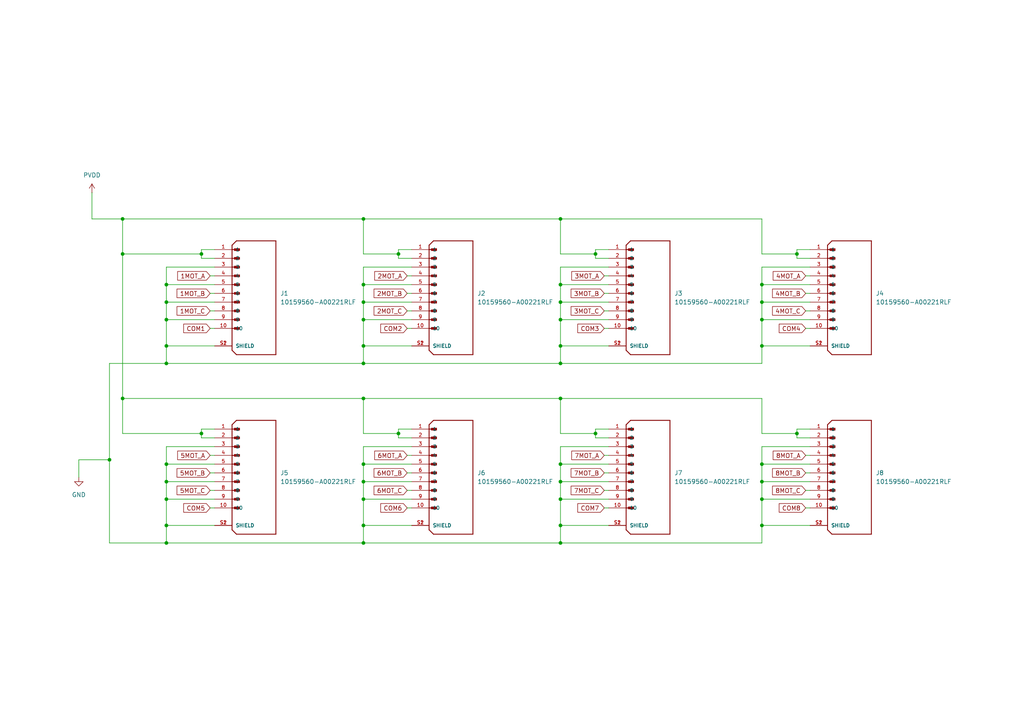
<source format=kicad_sch>
(kicad_sch (version 20231120) (generator "eeschema") (generator_version "8.0")
  (paper "A4")
  (lib_symbols
    (symbol "PowerDistro:10159560-A00221RLF" (pin_names (offset 1.016))
      (property "Reference" "J" (at 0 16.51 0))
      (property "Value" "10159560-A00221RLF" (at 0 -20.32 0))
      (symbol "10159560-A00221RLF_0_0"
        (polyline (pts (xy 0 -16.51) (xy 1.27 -17.78)) (stroke (width 0.254)))
        (polyline (pts (xy 0 -10.16) (xy 1.905 -10.16)) (stroke (width 0.254)))
        (polyline (pts (xy 0 -7.62) (xy 1.905 -7.62)) (stroke (width 0.254)))
        (polyline (pts (xy 0 -5.08) (xy 1.905 -5.08)) (stroke (width 0.254)))
        (polyline (pts (xy 0 -2.54) (xy 1.905 -2.54)) (stroke (width 0.254)))
        (polyline (pts (xy 0 0) (xy 1.905 0)) (stroke (width 0.254)))
        (polyline (pts (xy 0 2.54) (xy 1.905 2.54)) (stroke (width 0.254)))
        (polyline (pts (xy 0 5.08) (xy 1.905 5.08)) (stroke (width 0.254)))
        (polyline (pts (xy 0 7.62) (xy 1.905 7.62)) (stroke (width 0.254)))
        (polyline (pts (xy 0 10.16) (xy 1.905 10.16)) (stroke (width 0.254)))
        (polyline (pts (xy 0 12.7) (xy 0 -16.51)) (stroke (width 0.254)))
        (polyline (pts (xy 0 12.7) (xy 1.905 12.7)) (stroke (width 0.254)))
        (polyline (pts (xy 0 13.97) (xy 0 12.7)) (stroke (width 0.254)))
        (polyline (pts (xy 0 13.97) (xy 1.27 15.24)) (stroke (width 0.254)))
        (polyline (pts (xy 1.27 -17.78) (xy 12.7 -17.78)) (stroke (width 0.254)))
        (polyline (pts (xy 12.7 -17.78) (xy 12.7 15.24)) (stroke (width 0.254)))
        (polyline (pts (xy 12.7 15.24) (xy 1.27 15.24)) (stroke (width 0.254)))
        (rectangle (start 0.635 -10.4775) (end 2.2225 -9.8425) (stroke (width 0.1)) (fill (type outline)))
        (rectangle (start 0.635 -7.9375) (end 2.2225 -7.3025) (stroke (width 0.1)) (fill (type outline)))
        (rectangle (start 0.635 -5.3975) (end 2.2225 -4.7625) (stroke (width 0.1)) (fill (type outline)))
        (rectangle (start 0.635 -2.8575) (end 2.2225 -2.2225) (stroke (width 0.1)) (fill (type outline)))
        (rectangle (start 0.635 -0.3175) (end 2.2225 0.3175) (stroke (width 0.1)) (fill (type outline)))
        (rectangle (start 0.635 2.2225) (end 2.2225 2.8575) (stroke (width 0.1)) (fill (type outline)))
        (rectangle (start 0.635 4.7625) (end 2.2225 5.3975) (stroke (width 0.1)) (fill (type outline)))
        (rectangle (start 0.635 7.3025) (end 2.2225 7.9375) (stroke (width 0.1)) (fill (type outline)))
        (rectangle (start 0.635 9.8425) (end 2.2225 10.4775) (stroke (width 0.1)) (fill (type outline)))
        (rectangle (start 0.635 12.3825) (end 2.2225 13.0175) (stroke (width 0.1)) (fill (type outline)))
        (pin power_in line (at -5.08 12.7 0) (length 5.08) (name "1") (number "1"))
        (pin power_in line (at -5.08 -10.16 0) (length 5.08) (name "10") (number "10"))
        (pin power_in line (at -5.08 10.16 0) (length 5.08) (name "2") (number "2"))
        (pin power_in line (at -5.08 7.62 0) (length 5.08) (name "3") (number "3"))
        (pin power_in line (at -5.08 5.08 0) (length 5.08) (name "4") (number "4"))
        (pin power_in line (at -5.08 2.54 0) (length 5.08) (name "5") (number "5"))
        (pin power_in line (at -5.08 0 0) (length 5.08) (name "6") (number "6"))
        (pin power_in line (at -5.08 -2.54 0) (length 5.08) (name "7") (number "7"))
        (pin power_in line (at -5.08 -5.08 0) (length 5.08) (name "8") (number "8"))
        (pin power_in line (at -5.08 -7.62 0) (length 5.08) (name "9") (number "9"))
        (pin passive line (at -5.08 -15.24 0) (length 5.08) (name "SHIELD") (number "S1"))
        (pin passive line (at -5.08 -15.24 0) (length 5.08) (name "SHIELD") (number "S2"))
      )
    )
    (symbol "power:+1V0" (power) (pin_numbers hide) (pin_names (offset 0) hide)
      (property "Value" "+1V0" (at 0 3.556 0))
      (symbol "+1V0_0_1"
        (polyline (pts (xy -0.762 1.27) (xy 0 2.54)))
        (polyline (pts (xy 0 0) (xy 0 2.54)))
        (polyline (pts (xy 0 2.54) (xy 0.762 1.27)))
      )
      (symbol "+1V0_1_1"
        (pin power_in line (at 0 0 90) (length 0) (name "~") (number "1"))
      )
    )
    (symbol "power:GND" (power) (pin_numbers hide) (pin_names (offset 0) hide)
      (property "Value" "GND" (at 0 -3.81 0))
      (symbol "GND_0_1"
        (polyline (pts (xy 0 0) (xy 0 -1.27) (xy 1.27 -1.27) (xy 0 -2.54) (xy -1.27 -1.27) (xy 0 -1.27)))
      )
      (symbol "GND_1_1"
        (pin power_in line (at 0 0 270) (length 0) (name "~") (number "1"))
      )
    )
  )
  (junction (at 105.41 100.33))
  (junction (at 162.56 139.7))
  (junction (at 58.42 125.73))
  (junction (at 105.41 152.4))
  (junction (at 220.98 144.78))
  (junction (at 115.57 73.66))
  (junction (at 105.41 82.55))
  (junction (at 48.26 152.4))
  (junction (at 105.41 115.57))
  (junction (at 220.98 134.62))
  (junction (at 162.56 115.57))
  (junction (at 220.98 100.33))
  (junction (at 48.26 144.78))
  (junction (at 231.14 73.66))
  (junction (at 220.98 139.7))
  (junction (at 115.57 125.73))
  (junction (at 162.56 92.71))
  (junction (at 162.56 152.4))
  (junction (at 162.56 82.55))
  (junction (at 220.98 87.63))
  (junction (at 48.26 105.41))
  (junction (at 105.41 139.7))
  (junction (at 220.98 152.4))
  (junction (at 105.41 157.48))
  (junction (at 162.56 63.5))
  (junction (at 162.56 100.33))
  (junction (at 105.41 92.71))
  (junction (at 162.56 144.78))
  (junction (at 162.56 157.48))
  (junction (at 35.56 115.57))
  (junction (at 48.26 92.71))
  (junction (at 31.75 133.35))
  (junction (at 220.98 92.71))
  (junction (at 58.42 73.66))
  (junction (at 105.41 87.63))
  (junction (at 35.56 73.66))
  (junction (at 162.56 105.41))
  (junction (at 162.56 87.63))
  (junction (at 48.26 87.63))
  (junction (at 105.41 144.78))
  (junction (at 105.41 134.62))
  (junction (at 162.56 134.62))
  (junction (at 35.56 63.5))
  (junction (at 48.26 82.55))
  (junction (at 231.14 125.73))
  (junction (at 172.72 73.66))
  (junction (at 172.72 125.73))
  (junction (at 48.26 157.48))
  (junction (at 48.26 100.33))
  (junction (at 105.41 105.41))
  (junction (at 48.26 134.62))
  (junction (at 48.26 139.7))
  (junction (at 105.41 63.5))
  (junction (at 220.98 82.55))
  (wire (pts (xy 231.14 72.39) (xy 231.14 73.66)))
  (wire (pts (xy 162.56 129.54) (xy 162.56 134.62)))
  (wire (pts (xy 115.57 125.73) (xy 105.41 125.73)))
  (wire (pts (xy 48.26 92.71) (xy 48.26 100.33)))
  (wire (pts (xy 175.26 132.08) (xy 176.53 132.08)))
  (wire (pts (xy 176.53 129.54) (xy 162.56 129.54)))
  (wire (pts (xy 62.23 124.46) (xy 58.42 124.46)))
  (wire (pts (xy 220.98 100.33) (xy 234.95 100.33)))
  (wire (pts (xy 105.41 82.55) (xy 119.38 82.55)))
  (wire (pts (xy 172.72 72.39) (xy 172.72 73.66)))
  (wire (pts (xy 115.57 73.66) (xy 105.41 73.66)))
  (wire (pts (xy 105.41 87.63) (xy 119.38 87.63)))
  (wire (pts (xy 118.11 95.25) (xy 119.38 95.25)))
  (wire (pts (xy 48.26 139.7) (xy 62.23 139.7)))
  (wire (pts (xy 233.68 95.25) (xy 234.95 95.25)))
  (wire (pts (xy 175.26 85.09) (xy 176.53 85.09)))
  (wire (pts (xy 162.56 144.78) (xy 176.53 144.78)))
  (wire (pts (xy 31.75 157.48) (xy 31.75 133.35)))
  (wire (pts (xy 220.98 134.62) (xy 234.95 134.62)))
  (wire (pts (xy 172.72 124.46) (xy 172.72 125.73)))
  (wire (pts (xy 60.96 90.17) (xy 62.23 90.17)))
  (wire (pts (xy 220.98 100.33) (xy 220.98 105.41)))
  (wire (pts (xy 233.68 147.32) (xy 234.95 147.32)))
  (wire (pts (xy 58.42 74.93) (xy 62.23 74.93)))
  (wire (pts (xy 60.96 142.24) (xy 62.23 142.24)))
  (wire (pts (xy 105.41 92.71) (xy 119.38 92.71)))
  (wire (pts (xy 115.57 74.93) (xy 119.38 74.93)))
  (wire (pts (xy 105.41 63.5) (xy 35.56 63.5)))
  (wire (pts (xy 220.98 87.63) (xy 234.95 87.63)))
  (wire (pts (xy 35.56 125.73) (xy 58.42 125.73)))
  (wire (pts (xy 220.98 63.5) (xy 220.98 73.66)))
  (wire (pts (xy 48.26 100.33) (xy 48.26 105.41)))
  (wire (pts (xy 58.42 124.46) (xy 58.42 125.73)))
  (wire (pts (xy 231.14 127) (xy 234.95 127)))
  (wire (pts (xy 162.56 100.33) (xy 162.56 105.41)))
  (wire (pts (xy 118.11 90.17) (xy 119.38 90.17)))
  (wire (pts (xy 48.26 157.48) (xy 105.41 157.48)))
  (wire (pts (xy 115.57 127) (xy 119.38 127)))
  (wire (pts (xy 118.11 85.09) (xy 119.38 85.09)))
  (wire (pts (xy 175.26 137.16) (xy 176.53 137.16)))
  (wire (pts (xy 234.95 77.47) (xy 220.98 77.47)))
  (wire (pts (xy 60.96 85.09) (xy 62.23 85.09)))
  (wire (pts (xy 105.41 100.33) (xy 105.41 105.41)))
  (wire (pts (xy 231.14 73.66) (xy 220.98 73.66)))
  (wire (pts (xy 231.14 125.73) (xy 220.98 125.73)))
  (wire (pts (xy 162.56 92.71) (xy 162.56 100.33)))
  (wire (pts (xy 231.14 74.93) (xy 234.95 74.93)))
  (wire (pts (xy 172.72 125.73) (xy 162.56 125.73)))
  (wire (pts (xy 48.26 87.63) (xy 48.26 92.71)))
  (wire (pts (xy 48.26 82.55) (xy 48.26 87.63)))
  (wire (pts (xy 31.75 133.35) (xy 22.86 133.35)))
  (wire (pts (xy 119.38 72.39) (xy 115.57 72.39)))
  (wire (pts (xy 162.56 63.5) (xy 162.56 73.66)))
  (wire (pts (xy 105.41 152.4) (xy 119.38 152.4)))
  (wire (pts (xy 220.98 82.55) (xy 234.95 82.55)))
  (wire (pts (xy 105.41 87.63) (xy 105.41 92.71)))
  (wire (pts (xy 35.56 125.73) (xy 35.56 115.57)))
  (wire (pts (xy 48.26 152.4) (xy 62.23 152.4)))
  (wire (pts (xy 118.11 80.01) (xy 119.38 80.01)))
  (wire (pts (xy 220.98 92.71) (xy 234.95 92.71)))
  (wire (pts (xy 105.41 115.57) (xy 162.56 115.57)))
  (wire (pts (xy 162.56 139.7) (xy 176.53 139.7)))
  (wire (pts (xy 105.41 115.57) (xy 105.41 125.73)))
  (wire (pts (xy 62.23 129.54) (xy 48.26 129.54)))
  (wire (pts (xy 119.38 129.54) (xy 105.41 129.54)))
  (wire (pts (xy 105.41 139.7) (xy 105.41 144.78)))
  (wire (pts (xy 234.95 72.39) (xy 231.14 72.39)))
  (wire (pts (xy 48.26 92.71) (xy 62.23 92.71)))
  (wire (pts (xy 48.26 139.7) (xy 48.26 144.78)))
  (wire (pts (xy 105.41 105.41) (xy 162.56 105.41)))
  (wire (pts (xy 31.75 133.35) (xy 31.75 105.41)))
  (wire (pts (xy 58.42 72.39) (xy 58.42 73.66)))
  (wire (pts (xy 48.26 144.78) (xy 48.26 152.4)))
  (wire (pts (xy 105.41 134.62) (xy 105.41 139.7)))
  (wire (pts (xy 48.26 129.54) (xy 48.26 134.62)))
  (wire (pts (xy 162.56 144.78) (xy 162.56 152.4)))
  (wire (pts (xy 231.14 73.66) (xy 231.14 74.93)))
  (wire (pts (xy 48.26 100.33) (xy 62.23 100.33)))
  (wire (pts (xy 220.98 144.78) (xy 234.95 144.78)))
  (wire (pts (xy 220.98 77.47) (xy 220.98 82.55)))
  (wire (pts (xy 48.26 144.78) (xy 62.23 144.78)))
  (wire (pts (xy 175.26 95.25) (xy 176.53 95.25)))
  (wire (pts (xy 162.56 63.5) (xy 105.41 63.5)))
  (wire (pts (xy 176.53 124.46) (xy 172.72 124.46)))
  (wire (pts (xy 220.98 87.63) (xy 220.98 92.71)))
  (wire (pts (xy 35.56 73.66) (xy 35.56 63.5)))
  (wire (pts (xy 58.42 73.66) (xy 35.56 73.66)))
  (wire (pts (xy 234.95 124.46) (xy 231.14 124.46)))
  (wire (pts (xy 105.41 82.55) (xy 105.41 87.63)))
  (wire (pts (xy 162.56 139.7) (xy 162.56 144.78)))
  (wire (pts (xy 233.68 80.01) (xy 234.95 80.01)))
  (wire (pts (xy 48.26 134.62) (xy 62.23 134.62)))
  (wire (pts (xy 162.56 115.57) (xy 162.56 125.73)))
  (wire (pts (xy 118.11 132.08) (xy 119.38 132.08)))
  (wire (pts (xy 105.41 144.78) (xy 119.38 144.78)))
  (wire (pts (xy 118.11 137.16) (xy 119.38 137.16)))
  (wire (pts (xy 115.57 125.73) (xy 115.57 127)))
  (wire (pts (xy 118.11 142.24) (xy 119.38 142.24)))
  (wire (pts (xy 105.41 144.78) (xy 105.41 152.4)))
  (wire (pts (xy 175.26 90.17) (xy 176.53 90.17)))
  (wire (pts (xy 176.53 77.47) (xy 162.56 77.47)))
  (wire (pts (xy 220.98 139.7) (xy 234.95 139.7)))
  (wire (pts (xy 105.41 129.54) (xy 105.41 134.62)))
  (wire (pts (xy 220.98 144.78) (xy 220.98 152.4)))
  (wire (pts (xy 105.41 157.48) (xy 162.56 157.48)))
  (wire (pts (xy 162.56 100.33) (xy 176.53 100.33)))
  (wire (pts (xy 231.14 125.73) (xy 231.14 127)))
  (wire (pts (xy 162.56 77.47) (xy 162.56 82.55)))
  (wire (pts (xy 233.68 85.09) (xy 234.95 85.09)))
  (wire (pts (xy 60.96 95.25) (xy 62.23 95.25)))
  (wire (pts (xy 162.56 92.71) (xy 176.53 92.71)))
  (wire (pts (xy 118.11 147.32) (xy 119.38 147.32)))
  (wire (pts (xy 172.72 127) (xy 176.53 127)))
  (wire (pts (xy 220.98 92.71) (xy 220.98 100.33)))
  (wire (pts (xy 220.98 152.4) (xy 234.95 152.4)))
  (wire (pts (xy 105.41 77.47) (xy 105.41 82.55)))
  (wire (pts (xy 172.72 73.66) (xy 172.72 74.93)))
  (wire (pts (xy 58.42 125.73) (xy 58.42 127)))
  (wire (pts (xy 115.57 73.66) (xy 115.57 74.93)))
  (wire (pts (xy 220.98 82.55) (xy 220.98 87.63)))
  (wire (pts (xy 175.26 147.32) (xy 176.53 147.32)))
  (wire (pts (xy 105.41 100.33) (xy 119.38 100.33)))
  (wire (pts (xy 162.56 152.4) (xy 176.53 152.4)))
  (wire (pts (xy 60.96 137.16) (xy 62.23 137.16)))
  (wire (pts (xy 220.98 115.57) (xy 162.56 115.57)))
  (wire (pts (xy 22.86 133.35) (xy 22.86 138.43)))
  (wire (pts (xy 176.53 72.39) (xy 172.72 72.39)))
  (wire (pts (xy 233.68 90.17) (xy 234.95 90.17)))
  (wire (pts (xy 115.57 124.46) (xy 115.57 125.73)))
  (wire (pts (xy 60.96 132.08) (xy 62.23 132.08)))
  (wire (pts (xy 233.68 132.08) (xy 234.95 132.08)))
  (wire (pts (xy 162.56 152.4) (xy 162.56 157.48)))
  (wire (pts (xy 175.26 142.24) (xy 176.53 142.24)))
  (wire (pts (xy 162.56 82.55) (xy 162.56 87.63)))
  (wire (pts (xy 162.56 134.62) (xy 176.53 134.62)))
  (wire (pts (xy 172.72 73.66) (xy 162.56 73.66)))
  (wire (pts (xy 105.41 139.7) (xy 119.38 139.7)))
  (wire (pts (xy 220.98 115.57) (xy 220.98 125.73)))
  (wire (pts (xy 162.56 105.41) (xy 220.98 105.41)))
  (wire (pts (xy 105.41 92.71) (xy 105.41 100.33)))
  (wire (pts (xy 119.38 124.46) (xy 115.57 124.46)))
  (wire (pts (xy 60.96 80.01) (xy 62.23 80.01)))
  (wire (pts (xy 48.26 157.48) (xy 31.75 157.48)))
  (wire (pts (xy 35.56 115.57) (xy 35.56 73.66)))
  (wire (pts (xy 62.23 72.39) (xy 58.42 72.39)))
  (wire (pts (xy 48.26 134.62) (xy 48.26 139.7)))
  (wire (pts (xy 119.38 77.47) (xy 105.41 77.47)))
  (wire (pts (xy 105.41 134.62) (xy 119.38 134.62)))
  (wire (pts (xy 48.26 152.4) (xy 48.26 157.48)))
  (wire (pts (xy 220.98 152.4) (xy 220.98 157.48)))
  (wire (pts (xy 26.67 63.5) (xy 35.56 63.5)))
  (wire (pts (xy 48.26 77.47) (xy 48.26 82.55)))
  (wire (pts (xy 233.68 137.16) (xy 234.95 137.16)))
  (wire (pts (xy 48.26 105.41) (xy 105.41 105.41)))
  (wire (pts (xy 162.56 82.55) (xy 176.53 82.55)))
  (wire (pts (xy 60.96 147.32) (xy 62.23 147.32)))
  (wire (pts (xy 115.57 72.39) (xy 115.57 73.66)))
  (wire (pts (xy 233.68 142.24) (xy 234.95 142.24)))
  (wire (pts (xy 35.56 115.57) (xy 105.41 115.57)))
  (wire (pts (xy 220.98 134.62) (xy 220.98 139.7)))
  (wire (pts (xy 58.42 73.66) (xy 58.42 74.93)))
  (wire (pts (xy 58.42 127) (xy 62.23 127)))
  (wire (pts (xy 105.41 63.5) (xy 105.41 73.66)))
  (wire (pts (xy 231.14 124.46) (xy 231.14 125.73)))
  (wire (pts (xy 220.98 139.7) (xy 220.98 144.78)))
  (wire (pts (xy 48.26 87.63) (xy 62.23 87.63)))
  (wire (pts (xy 162.56 134.62) (xy 162.56 139.7)))
  (wire (pts (xy 175.26 80.01) (xy 176.53 80.01)))
  (wire (pts (xy 162.56 87.63) (xy 162.56 92.71)))
  (wire (pts (xy 62.23 77.47) (xy 48.26 77.47)))
  (wire (pts (xy 234.95 129.54) (xy 220.98 129.54)))
  (wire (pts (xy 26.67 63.5) (xy 26.67 55.88)))
  (wire (pts (xy 220.98 129.54) (xy 220.98 134.62)))
  (wire (pts (xy 162.56 87.63) (xy 176.53 87.63)))
  (wire (pts (xy 31.75 105.41) (xy 48.26 105.41)))
  (wire (pts (xy 172.72 125.73) (xy 172.72 127)))
  (wire (pts (xy 172.72 74.93) (xy 176.53 74.93)))
  (wire (pts (xy 105.41 152.4) (xy 105.41 157.48)))
  (wire (pts (xy 220.98 63.5) (xy 162.56 63.5)))
  (wire (pts (xy 162.56 157.48) (xy 220.98 157.48)))
  (wire (pts (xy 48.26 82.55) (xy 62.23 82.55)))
  (global_label "2MOT_C" (shape input) (at 118.11 90.17 180) (property "Intersheetrefs" "${INTERSHEET_REFS}" (effects (hide yes))))
  (global_label "7MOT_A" (shape input) (at 175.26 132.08 180) (property "Intersheetrefs" "${INTERSHEET_REFS}" (effects (hide yes))))
  (global_label "4MOT_A" (shape input) (at 233.68 80.01 180) (property "Intersheetrefs" "${INTERSHEET_REFS}" (effects (hide yes))))
  (global_label "6MOT_B" (shape input) (at 118.11 137.16 180) (property "Intersheetrefs" "${INTERSHEET_REFS}" (effects (hide yes))))
  (global_label "7MOT_C" (shape input) (at 175.26 142.24 180) (property "Intersheetrefs" "${INTERSHEET_REFS}" (effects (hide yes))))
  (global_label "COM3" (shape input) (at 175.26 95.25 180) (property "Intersheetrefs" "${INTERSHEET_REFS}" (effects (hide yes))))
  (global_label "3MOT_B" (shape input) (at 175.26 85.09 180) (property "Intersheetrefs" "${INTERSHEET_REFS}" (effects (hide yes))))
  (global_label "5MOT_B" (shape input) (at 60.96 137.16 180) (property "Intersheetrefs" "${INTERSHEET_REFS}" (effects (hide yes))))
  (global_label "COM1" (shape input) (at 60.96 95.25 180) (property "Intersheetrefs" "${INTERSHEET_REFS}" (effects (hide yes))))
  (global_label "4MOT_C" (shape input) (at 233.68 90.17 180) (property "Intersheetrefs" "${INTERSHEET_REFS}" (effects (hide yes))))
  (global_label "7MOT_B" (shape input) (at 175.26 137.16 180) (property "Intersheetrefs" "${INTERSHEET_REFS}" (effects (hide yes))))
  (global_label "6MOT_A" (shape input) (at 118.11 132.08 180) (property "Intersheetrefs" "${INTERSHEET_REFS}" (effects (hide yes))))
  (global_label "COM5" (shape input) (at 60.96 147.32 180) (property "Intersheetrefs" "${INTERSHEET_REFS}" (effects (hide yes))))
  (global_label "8MOT_A" (shape input) (at 233.68 132.08 180) (property "Intersheetrefs" "${INTERSHEET_REFS}" (effects (hide yes))))
  (global_label "4MOT_B" (shape input) (at 233.68 85.09 180) (property "Intersheetrefs" "${INTERSHEET_REFS}" (effects (hide yes))))
  (global_label "3MOT_A" (shape input) (at 175.26 80.01 180) (property "Intersheetrefs" "${INTERSHEET_REFS}" (effects (hide yes))))
  (global_label "1MOT_C" (shape input) (at 60.96 90.17 180) (property "Intersheetrefs" "${INTERSHEET_REFS}" (effects (hide yes))))
  (global_label "COM4" (shape input) (at 233.68 95.25 180) (property "Intersheetrefs" "${INTERSHEET_REFS}" (effects (hide yes))))
  (global_label "COM7" (shape input) (at 175.26 147.32 180) (property "Intersheetrefs" "${INTERSHEET_REFS}" (effects (hide yes))))
  (global_label "8MOT_C" (shape input) (at 233.68 142.24 180) (property "Intersheetrefs" "${INTERSHEET_REFS}" (effects (hide yes))))
  (global_label "2MOT_A" (shape input) (at 118.11 80.01 180) (property "Intersheetrefs" "${INTERSHEET_REFS}" (effects (hide yes))))
  (global_label "COM6" (shape input) (at 118.11 147.32 180) (property "Intersheetrefs" "${INTERSHEET_REFS}" (effects (hide yes))))
  (global_label "6MOT_C" (shape input) (at 118.11 142.24 180) (property "Intersheetrefs" "${INTERSHEET_REFS}" (effects (hide yes))))
  (global_label "5MOT_A" (shape input) (at 60.96 132.08 180) (property "Intersheetrefs" "${INTERSHEET_REFS}" (effects (hide yes))))
  (global_label "1MOT_B" (shape input) (at 60.96 85.09 180) (property "Intersheetrefs" "${INTERSHEET_REFS}" (effects (hide yes))))
  (global_label "COM2" (shape input) (at 118.11 95.25 180) (property "Intersheetrefs" "${INTERSHEET_REFS}" (effects (hide yes))))
  (global_label "COM8" (shape input) (at 233.68 147.32 180) (property "Intersheetrefs" "${INTERSHEET_REFS}" (effects (hide yes))))
  (global_label "3MOT_C" (shape input) (at 175.26 90.17 180) (property "Intersheetrefs" "${INTERSHEET_REFS}" (effects (hide yes))))
  (global_label "5MOT_C" (shape input) (at 60.96 142.24 180) (property "Intersheetrefs" "${INTERSHEET_REFS}" (effects (hide yes))))
  (global_label "1MOT_A" (shape input) (at 60.96 80.01 180) (property "Intersheetrefs" "${INTERSHEET_REFS}" (effects (hide yes))))
  (global_label "8MOT_B" (shape input) (at 233.68 137.16 180) (property "Intersheetrefs" "${INTERSHEET_REFS}" (effects (hide yes))))
  (global_label "2MOT_B" (shape input) (at 118.11 85.09 180) (property "Intersheetrefs" "${INTERSHEET_REFS}" (effects (hide yes))))
  (symbol (lib_id "power:+1V0") (at 26.67 55.88 0) (unit 1)
    (property "Reference" "#PWR05" (effects (hide yes)))
    (property "Value" "PVDD" (at 26.67 50.8 0))
    (property "Description" "Power symbol creates a global label with name \"+1V0\"" (effects (hide yes)))
  )
  (symbol (lib_id "power:GND") (at 22.86 138.43 0) (unit 1)
    (property "Reference" "#PWR06" (effects (hide yes)))
    (property "Value" "GND" (at 22.86 143.51 0))
    (property "Description" "Power symbol creates a global label with name \"GND\" , ground" (effects (hide yes)))
  )
  (symbol (lib_id "PowerDistro:10159560-A00221RLF") (at 181.61 137.16 0) (unit 1)
    (property "Reference" "J7" (at 195.58 137.1599 0) (effects (justify left)))
    (property "Value" "10159560-A00221RLF" (at 195.58 139.6999 0) (effects (justify left)))
    (property "Footprint" "10159560-A00221RLF:AMPHENOL_10159560-A00221RLF" (effects (hide yes)))
    (property "MF" "Amphenol" (effects (hide yes)))
    (property "MAXIMUM_PACKAGE_HEIGHT" "5.70mm" (effects (hide yes)))
    (property "Package" "None" (effects (hide yes)))
    (property "Price" "None" (effects (hide yes)))
    (property "Check_prices" "https://www.snapeda.com/parts/10159560-A00221RLF/Amphenol/view-part/?ref=eda" (effects (hide yes)))
    (property "STANDARD" "Manufacturer Recommendations" (effects (hide yes)))
    (property "PARTREV" "C" (effects (hide yes)))
    (property "SnapEDA_Link" "https://www.snapeda.com/parts/10159560-A00221RLF/Amphenol/view-part/?ref=snap" (effects (hide yes)))
    (property "MP" "10159560-A00221RLF" (effects (hide yes)))
    (property "Description_1" "\nConn Board to Board HDR 10Power POS 2mm Solder ST SMD PowerStak® Automotive T/R\n" (effects (hide yes)))
    (property "Availability" "In Stock" (effects (hide yes)))
    (property "MANUFACTURER" "Amphenol ICC" (effects (hide yes)))
  )
  (symbol (lib_id "PowerDistro:10159560-A00221RLF") (at 124.46 85.09 0) (unit 1)
    (property "Reference" "J2" (at 138.43 85.0899 0) (effects (justify left)))
    (property "Value" "10159560-A00221RLF" (at 138.43 87.6299 0) (effects (justify left)))
    (property "Footprint" "10159560-A00221RLF:AMPHENOL_10159560-A00221RLF" (effects (hide yes)))
    (property "MF" "Amphenol" (effects (hide yes)))
    (property "MAXIMUM_PACKAGE_HEIGHT" "5.70mm" (effects (hide yes)))
    (property "Package" "None" (effects (hide yes)))
    (property "Price" "None" (effects (hide yes)))
    (property "Check_prices" "https://www.snapeda.com/parts/10159560-A00221RLF/Amphenol/view-part/?ref=eda" (effects (hide yes)))
    (property "STANDARD" "Manufacturer Recommendations" (effects (hide yes)))
    (property "PARTREV" "C" (effects (hide yes)))
    (property "SnapEDA_Link" "https://www.snapeda.com/parts/10159560-A00221RLF/Amphenol/view-part/?ref=snap" (effects (hide yes)))
    (property "MP" "10159560-A00221RLF" (effects (hide yes)))
    (property "Description_1" "\nConn Board to Board HDR 10Power POS 2mm Solder ST SMD PowerStak® Automotive T/R\n" (effects (hide yes)))
    (property "Availability" "In Stock" (effects (hide yes)))
    (property "MANUFACTURER" "Amphenol ICC" (effects (hide yes)))
  )
  (symbol (lib_id "PowerDistro:10159560-A00221RLF") (at 181.61 85.09 0) (unit 1)
    (property "Reference" "J3" (at 195.58 85.0899 0) (effects (justify left)))
    (property "Value" "10159560-A00221RLF" (at 195.58 87.6299 0) (effects (justify left)))
    (property "Footprint" "10159560-A00221RLF:AMPHENOL_10159560-A00221RLF" (effects (hide yes)))
    (property "MF" "Amphenol" (effects (hide yes)))
    (property "MAXIMUM_PACKAGE_HEIGHT" "5.70mm" (effects (hide yes)))
    (property "Package" "None" (effects (hide yes)))
    (property "Price" "None" (effects (hide yes)))
    (property "Check_prices" "https://www.snapeda.com/parts/10159560-A00221RLF/Amphenol/view-part/?ref=eda" (effects (hide yes)))
    (property "STANDARD" "Manufacturer Recommendations" (effects (hide yes)))
    (property "PARTREV" "C" (effects (hide yes)))
    (property "SnapEDA_Link" "https://www.snapeda.com/parts/10159560-A00221RLF/Amphenol/view-part/?ref=snap" (effects (hide yes)))
    (property "MP" "10159560-A00221RLF" (effects (hide yes)))
    (property "Description_1" "\nConn Board to Board HDR 10Power POS 2mm Solder ST SMD PowerStak® Automotive T/R\n" (effects (hide yes)))
    (property "Availability" "In Stock" (effects (hide yes)))
    (property "MANUFACTURER" "Amphenol ICC" (effects (hide yes)))
  )
  (symbol (lib_id "PowerDistro:10159560-A00221RLF") (at 240.03 85.09 0) (unit 1)
    (property "Reference" "J4" (at 254 85.0899 0) (effects (justify left)))
    (property "Value" "10159560-A00221RLF" (at 254 87.6299 0) (effects (justify left)))
    (property "Footprint" "10159560-A00221RLF:AMPHENOL_10159560-A00221RLF" (effects (hide yes)))
    (property "MF" "Amphenol" (effects (hide yes)))
    (property "MAXIMUM_PACKAGE_HEIGHT" "5.70mm" (effects (hide yes)))
    (property "Package" "None" (effects (hide yes)))
    (property "Price" "None" (effects (hide yes)))
    (property "Check_prices" "https://www.snapeda.com/parts/10159560-A00221RLF/Amphenol/view-part/?ref=eda" (effects (hide yes)))
    (property "STANDARD" "Manufacturer Recommendations" (effects (hide yes)))
    (property "PARTREV" "C" (effects (hide yes)))
    (property "SnapEDA_Link" "https://www.snapeda.com/parts/10159560-A00221RLF/Amphenol/view-part/?ref=snap" (effects (hide yes)))
    (property "MP" "10159560-A00221RLF" (effects (hide yes)))
    (property "Description_1" "\nConn Board to Board HDR 10Power POS 2mm Solder ST SMD PowerStak® Automotive T/R\n" (effects (hide yes)))
    (property "Availability" "In Stock" (effects (hide yes)))
    (property "MANUFACTURER" "Amphenol ICC" (effects (hide yes)))
  )
  (symbol (lib_id "PowerDistro:10159560-A00221RLF") (at 240.03 137.16 0) (unit 1)
    (property "Reference" "J8" (at 254 137.1599 0) (effects (justify left)))
    (property "Value" "10159560-A00221RLF" (at 254 139.6999 0) (effects (justify left)))
    (property "Footprint" "10159560-A00221RLF:AMPHENOL_10159560-A00221RLF" (effects (hide yes)))
    (property "MF" "Amphenol" (effects (hide yes)))
    (property "MAXIMUM_PACKAGE_HEIGHT" "5.70mm" (effects (hide yes)))
    (property "Package" "None" (effects (hide yes)))
    (property "Price" "None" (effects (hide yes)))
    (property "Check_prices" "https://www.snapeda.com/parts/10159560-A00221RLF/Amphenol/view-part/?ref=eda" (effects (hide yes)))
    (property "STANDARD" "Manufacturer Recommendations" (effects (hide yes)))
    (property "PARTREV" "C" (effects (hide yes)))
    (property "SnapEDA_Link" "https://www.snapeda.com/parts/10159560-A00221RLF/Amphenol/view-part/?ref=snap" (effects (hide yes)))
    (property "MP" "10159560-A00221RLF" (effects (hide yes)))
    (property "Description_1" "\nConn Board to Board HDR 10Power POS 2mm Solder ST SMD PowerStak® Automotive T/R\n" (effects (hide yes)))
    (property "Availability" "In Stock" (effects (hide yes)))
    (property "MANUFACTURER" "Amphenol ICC" (effects (hide yes)))
  )
  (symbol (lib_id "PowerDistro:10159560-A00221RLF") (at 67.31 137.16 0) (unit 1)
    (property "Reference" "J5" (at 81.28 137.1599 0) (effects (justify left)))
    (property "Value" "10159560-A00221RLF" (at 81.28 139.6999 0) (effects (justify left)))
    (property "Footprint" "10159560-A00221RLF:AMPHENOL_10159560-A00221RLF" (effects (hide yes)))
    (property "MF" "Amphenol" (effects (hide yes)))
    (property "MAXIMUM_PACKAGE_HEIGHT" "5.70mm" (effects (hide yes)))
    (property "Package" "None" (effects (hide yes)))
    (property "Price" "None" (effects (hide yes)))
    (property "Check_prices" "https://www.snapeda.com/parts/10159560-A00221RLF/Amphenol/view-part/?ref=eda" (effects (hide yes)))
    (property "STANDARD" "Manufacturer Recommendations" (effects (hide yes)))
    (property "PARTREV" "C" (effects (hide yes)))
    (property "SnapEDA_Link" "https://www.snapeda.com/parts/10159560-A00221RLF/Amphenol/view-part/?ref=snap" (effects (hide yes)))
    (property "MP" "10159560-A00221RLF" (effects (hide yes)))
    (property "Description_1" "\nConn Board to Board HDR 10Power POS 2mm Solder ST SMD PowerStak® Automotive T/R\n" (effects (hide yes)))
    (property "Availability" "In Stock" (effects (hide yes)))
    (property "MANUFACTURER" "Amphenol ICC" (effects (hide yes)))
  )
  (symbol (lib_id "PowerDistro:10159560-A00221RLF") (at 124.46 137.16 0) (unit 1)
    (property "Reference" "J6" (at 138.43 137.1599 0) (effects (justify left)))
    (property "Value" "10159560-A00221RLF" (at 138.43 139.6999 0) (effects (justify left)))
    (property "Footprint" "10159560-A00221RLF:AMPHENOL_10159560-A00221RLF" (effects (hide yes)))
    (property "MF" "Amphenol" (effects (hide yes)))
    (property "MAXIMUM_PACKAGE_HEIGHT" "5.70mm" (effects (hide yes)))
    (property "Package" "None" (effects (hide yes)))
    (property "Price" "None" (effects (hide yes)))
    (property "Check_prices" "https://www.snapeda.com/parts/10159560-A00221RLF/Amphenol/view-part/?ref=eda" (effects (hide yes)))
    (property "STANDARD" "Manufacturer Recommendations" (effects (hide yes)))
    (property "PARTREV" "C" (effects (hide yes)))
    (property "SnapEDA_Link" "https://www.snapeda.com/parts/10159560-A00221RLF/Amphenol/view-part/?ref=snap" (effects (hide yes)))
    (property "MP" "10159560-A00221RLF" (effects (hide yes)))
    (property "Description_1" "\nConn Board to Board HDR 10Power POS 2mm Solder ST SMD PowerStak® Automotive T/R\n" (effects (hide yes)))
    (property "Availability" "In Stock" (effects (hide yes)))
    (property "MANUFACTURER" "Amphenol ICC" (effects (hide yes)))
  )
  (symbol (lib_id "PowerDistro:10159560-A00221RLF") (at 67.31 85.09 0) (unit 1)
    (property "Reference" "J1" (at 81.28 85.0899 0) (effects (justify left)))
    (property "Value" "10159560-A00221RLF" (at 81.28 87.6299 0) (effects (justify left)))
    (property "Footprint" "10159560-A00221RLF:AMPHENOL_10159560-A00221RLF" (effects (hide yes)))
    (property "MF" "Amphenol" (effects (hide yes)))
    (property "MAXIMUM_PACKAGE_HEIGHT" "5.70mm" (effects (hide yes)))
    (property "Package" "None" (effects (hide yes)))
    (property "Price" "None" (effects (hide yes)))
    (property "Check_prices" "https://www.snapeda.com/parts/10159560-A00221RLF/Amphenol/view-part/?ref=eda" (effects (hide yes)))
    (property "STANDARD" "Manufacturer Recommendations" (effects (hide yes)))
    (property "PARTREV" "C" (effects (hide yes)))
    (property "SnapEDA_Link" "https://www.snapeda.com/parts/10159560-A00221RLF/Amphenol/view-part/?ref=snap" (effects (hide yes)))
    (property "MP" "10159560-A00221RLF" (effects (hide yes)))
    (property "Description_1" "\nConn Board to Board HDR 10Power POS 2mm Solder ST SMD PowerStak® Automotive T/R\n" (effects (hide yes)))
    (property "Availability" "In Stock" (effects (hide yes)))
    (property "MANUFACTURER" "Amphenol ICC" (effects (hide yes)))
  )
)
</source>
